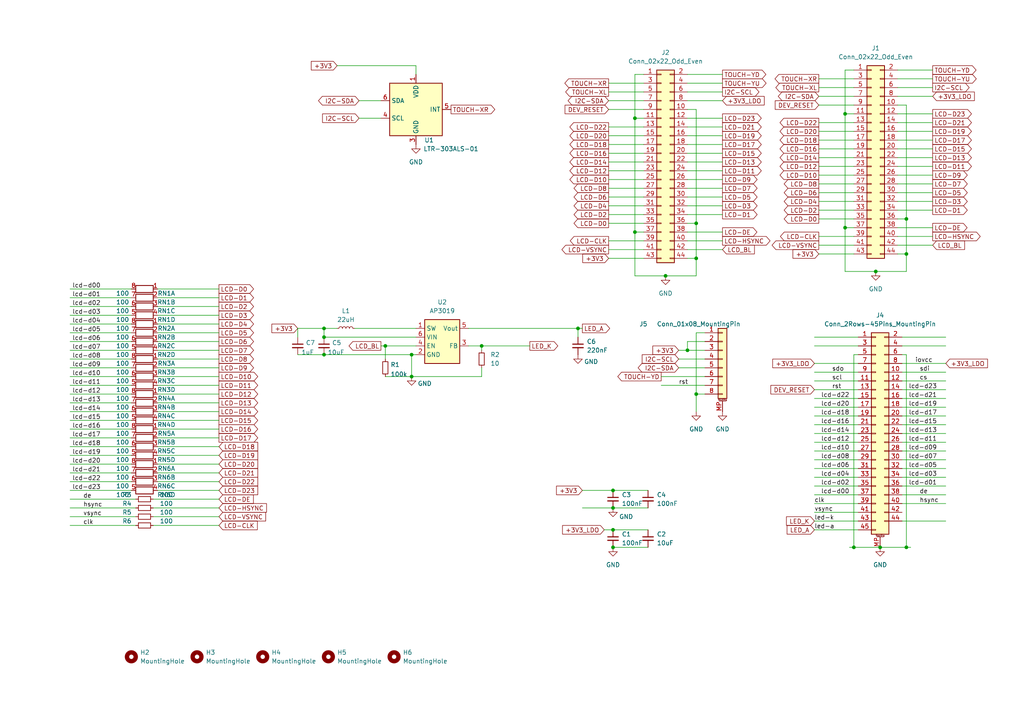
<source format=kicad_sch>
(kicad_sch (version 20211123) (generator eeschema)
  (paper "A4")
  (junction (at 247.65 158.75))
  (junction (at 262.89 158.75))
  (junction (at 177.8 153.67))
  (junction (at 177.8 158.75))
  (junction (at 201.93 114.3))
  (junction (at 262.89 63.5))
  (junction (at 245.11 33.02))
  (junction (at 119.38 102.87))
  (junction (at 177.8 147.32))
  (junction (at 193.04 80.01))
  (junction (at 199.39 101.6))
  (junction (at 262.89 73.66))
  (junction (at 255.27 158.75))
  (junction (at 201.93 64.77))
  (junction (at 93.98 97.79))
  (junction (at 139.7 100.33))
  (junction (at 201.93 74.93))
  (junction (at 93.98 102.87))
  (junction (at 254 78.74))
  (junction (at 184.15 67.31))
  (junction (at 177.8 142.24))
  (junction (at 93.98 95.25))
  (junction (at 167.64 95.25))
  (junction (at 184.15 34.29))
  (junction (at 119.38 109.22))
  (junction (at 245.11 66.04))
  (junction (at 111.76 100.33))
  (wire (pts (xy 245.11 33.02) (xy 245.11 66.04)))
  (wire (pts (xy 247.65 158.75) (xy 255.27 158.75)))
  (wire (pts (xy 236.22 148.59) (xy 248.92 148.59)))
  (wire (pts (xy 264.16 158.75) (xy 262.89 158.75)))
  (wire (pts (xy 199.39 41.91) (xy 209.55 41.91)))
  (wire (pts (xy 45.72 142.24) (xy 63.5 142.24)))
  (wire (pts (xy 168.91 142.24) (xy 177.8 142.24)))
  (wire (pts (xy 184.15 21.59) (xy 184.15 34.29)))
  (wire (pts (xy 120.65 102.87) (xy 119.38 102.87)))
  (wire (pts (xy 196.85 106.68) (xy 204.47 106.68)))
  (wire (pts (xy 260.35 33.02) (xy 270.51 33.02)))
  (wire (pts (xy 245.11 33.02) (xy 247.65 33.02)))
  (wire (pts (xy 196.85 101.6) (xy 199.39 101.6)))
  (wire (pts (xy 45.72 106.68) (xy 63.5 106.68)))
  (wire (pts (xy 20.32 88.9) (xy 38.1 88.9)))
  (wire (pts (xy 261.62 138.43) (xy 274.32 138.43)))
  (wire (pts (xy 45.72 91.44) (xy 63.5 91.44)))
  (wire (pts (xy 176.53 46.99) (xy 186.69 46.99)))
  (wire (pts (xy 184.15 34.29) (xy 186.69 34.29)))
  (wire (pts (xy 45.72 124.46) (xy 63.5 124.46)))
  (wire (pts (xy 261.62 133.35) (xy 274.32 133.35)))
  (wire (pts (xy 245.11 66.04) (xy 247.65 66.04)))
  (wire (pts (xy 260.35 40.64) (xy 270.51 40.64)))
  (wire (pts (xy 199.39 44.45) (xy 209.55 44.45)))
  (wire (pts (xy 261.62 115.57) (xy 274.32 115.57)))
  (wire (pts (xy 201.93 80.01) (xy 193.04 80.01)))
  (wire (pts (xy 176.53 29.21) (xy 186.69 29.21)))
  (wire (pts (xy 45.72 99.06) (xy 63.5 99.06)))
  (wire (pts (xy 237.49 27.94) (xy 247.65 27.94)))
  (wire (pts (xy 167.64 95.25) (xy 167.64 97.79)))
  (wire (pts (xy 20.32 152.4) (xy 39.37 152.4)))
  (wire (pts (xy 201.93 64.77) (xy 201.93 74.93)))
  (wire (pts (xy 201.93 96.52) (xy 201.93 114.3)))
  (wire (pts (xy 247.65 102.87) (xy 247.65 158.75)))
  (wire (pts (xy 167.64 95.25) (xy 168.91 95.25)))
  (wire (pts (xy 262.89 73.66) (xy 262.89 78.74)))
  (wire (pts (xy 176.53 62.23) (xy 186.69 62.23)))
  (wire (pts (xy 261.62 110.49) (xy 274.32 110.49)))
  (wire (pts (xy 260.35 50.8) (xy 270.51 50.8)))
  (wire (pts (xy 111.76 100.33) (xy 120.65 100.33)))
  (wire (pts (xy 45.72 121.92) (xy 63.5 121.92)))
  (wire (pts (xy 176.53 54.61) (xy 186.69 54.61)))
  (wire (pts (xy 111.76 109.22) (xy 119.38 109.22)))
  (wire (pts (xy 201.93 74.93) (xy 201.93 80.01)))
  (wire (pts (xy 45.72 96.52) (xy 63.5 96.52)))
  (wire (pts (xy 236.22 133.35) (xy 248.92 133.35)))
  (wire (pts (xy 261.62 97.79) (xy 274.32 97.79)))
  (wire (pts (xy 177.8 158.75) (xy 187.96 158.75)))
  (wire (pts (xy 20.32 137.16) (xy 38.1 137.16)))
  (wire (pts (xy 111.76 100.33) (xy 111.76 104.14)))
  (wire (pts (xy 139.7 100.33) (xy 139.7 101.6)))
  (wire (pts (xy 191.77 111.76) (xy 204.47 111.76)))
  (wire (pts (xy 237.49 50.8) (xy 247.65 50.8)))
  (wire (pts (xy 199.39 29.21) (xy 209.55 29.21)))
  (wire (pts (xy 104.14 34.29) (xy 110.49 34.29)))
  (wire (pts (xy 176.53 72.39) (xy 186.69 72.39)))
  (wire (pts (xy 176.53 24.13) (xy 186.69 24.13)))
  (wire (pts (xy 45.72 86.36) (xy 63.5 86.36)))
  (wire (pts (xy 176.53 59.69) (xy 186.69 59.69)))
  (wire (pts (xy 45.72 101.6) (xy 63.5 101.6)))
  (wire (pts (xy 45.72 132.08) (xy 63.5 132.08)))
  (wire (pts (xy 260.35 45.72) (xy 270.51 45.72)))
  (wire (pts (xy 260.35 30.48) (xy 262.89 30.48)))
  (wire (pts (xy 45.72 129.54) (xy 63.5 129.54)))
  (wire (pts (xy 237.49 53.34) (xy 247.65 53.34)))
  (wire (pts (xy 186.69 21.59) (xy 184.15 21.59)))
  (wire (pts (xy 262.89 30.48) (xy 262.89 63.5)))
  (wire (pts (xy 176.53 74.93) (xy 186.69 74.93)))
  (wire (pts (xy 199.39 57.15) (xy 209.55 57.15)))
  (wire (pts (xy 135.89 100.33) (xy 139.7 100.33)))
  (wire (pts (xy 20.32 121.92) (xy 38.1 121.92)))
  (wire (pts (xy 260.35 25.4) (xy 270.51 25.4)))
  (wire (pts (xy 260.35 22.86) (xy 270.51 22.86)))
  (wire (pts (xy 120.65 21.59) (xy 120.65 19.05)))
  (wire (pts (xy 261.62 123.19) (xy 274.32 123.19)))
  (wire (pts (xy 199.39 49.53) (xy 209.55 49.53)))
  (wire (pts (xy 120.65 97.79) (xy 93.98 97.79)))
  (wire (pts (xy 199.39 64.77) (xy 201.93 64.77)))
  (wire (pts (xy 45.72 83.82) (xy 63.5 83.82)))
  (wire (pts (xy 237.49 60.96) (xy 247.65 60.96)))
  (wire (pts (xy 139.7 106.68) (xy 139.7 109.22)))
  (wire (pts (xy 199.39 24.13) (xy 209.55 24.13)))
  (wire (pts (xy 199.39 31.75) (xy 201.93 31.75)))
  (wire (pts (xy 176.53 49.53) (xy 186.69 49.53)))
  (wire (pts (xy 237.49 73.66) (xy 247.65 73.66)))
  (wire (pts (xy 93.98 97.79) (xy 93.98 95.25)))
  (wire (pts (xy 236.22 143.51) (xy 248.92 143.51)))
  (wire (pts (xy 20.32 116.84) (xy 38.1 116.84)))
  (wire (pts (xy 260.35 73.66) (xy 262.89 73.66)))
  (wire (pts (xy 45.72 119.38) (xy 63.5 119.38)))
  (wire (pts (xy 86.36 95.25) (xy 86.36 97.79)))
  (wire (pts (xy 237.49 71.12) (xy 247.65 71.12)))
  (wire (pts (xy 260.35 71.12) (xy 270.51 71.12)))
  (wire (pts (xy 236.22 97.79) (xy 248.92 97.79)))
  (wire (pts (xy 204.47 96.52) (xy 201.93 96.52)))
  (wire (pts (xy 236.22 113.03) (xy 248.92 113.03)))
  (wire (pts (xy 236.22 125.73) (xy 248.92 125.73)))
  (wire (pts (xy 176.53 52.07) (xy 186.69 52.07)))
  (wire (pts (xy 236.22 107.95) (xy 248.92 107.95)))
  (wire (pts (xy 45.72 111.76) (xy 63.5 111.76)))
  (wire (pts (xy 236.22 153.67) (xy 248.92 153.67)))
  (wire (pts (xy 20.32 83.82) (xy 38.1 83.82)))
  (wire (pts (xy 260.35 53.34) (xy 270.51 53.34)))
  (wire (pts (xy 261.62 105.41) (xy 274.32 105.41)))
  (wire (pts (xy 20.32 139.7) (xy 38.1 139.7)))
  (wire (pts (xy 20.32 149.86) (xy 39.37 149.86)))
  (wire (pts (xy 176.53 64.77) (xy 186.69 64.77)))
  (wire (pts (xy 199.39 36.83) (xy 209.55 36.83)))
  (wire (pts (xy 260.35 60.96) (xy 270.51 60.96)))
  (wire (pts (xy 20.32 109.22) (xy 38.1 109.22)))
  (wire (pts (xy 201.93 31.75) (xy 201.93 64.77)))
  (wire (pts (xy 199.39 69.85) (xy 209.55 69.85)))
  (wire (pts (xy 236.22 130.81) (xy 248.92 130.81)))
  (wire (pts (xy 236.22 151.13) (xy 248.92 151.13)))
  (wire (pts (xy 45.72 139.7) (xy 63.5 139.7)))
  (wire (pts (xy 184.15 34.29) (xy 184.15 67.31)))
  (wire (pts (xy 237.49 55.88) (xy 247.65 55.88)))
  (wire (pts (xy 261.62 125.73) (xy 274.32 125.73)))
  (wire (pts (xy 236.22 118.11) (xy 248.92 118.11)))
  (wire (pts (xy 261.62 113.03) (xy 274.32 113.03)))
  (wire (pts (xy 168.91 147.32) (xy 177.8 147.32)))
  (wire (pts (xy 261.62 120.65) (xy 274.32 120.65)))
  (wire (pts (xy 45.72 93.98) (xy 63.5 93.98)))
  (wire (pts (xy 20.32 129.54) (xy 38.1 129.54)))
  (wire (pts (xy 177.8 153.67) (xy 187.96 153.67)))
  (wire (pts (xy 260.35 66.04) (xy 270.51 66.04)))
  (wire (pts (xy 20.32 101.6) (xy 38.1 101.6)))
  (wire (pts (xy 199.39 74.93) (xy 201.93 74.93)))
  (wire (pts (xy 176.53 26.67) (xy 186.69 26.67)))
  (wire (pts (xy 199.39 59.69) (xy 209.55 59.69)))
  (wire (pts (xy 236.22 123.19) (xy 248.92 123.19)))
  (wire (pts (xy 20.32 91.44) (xy 38.1 91.44)))
  (wire (pts (xy 20.32 147.32) (xy 39.37 147.32)))
  (wire (pts (xy 262.89 102.87) (xy 262.89 158.75)))
  (wire (pts (xy 260.35 27.94) (xy 270.51 27.94)))
  (wire (pts (xy 45.72 104.14) (xy 63.5 104.14)))
  (wire (pts (xy 236.22 110.49) (xy 248.92 110.49)))
  (wire (pts (xy 20.32 99.06) (xy 38.1 99.06)))
  (wire (pts (xy 260.35 63.5) (xy 262.89 63.5)))
  (wire (pts (xy 20.32 96.52) (xy 38.1 96.52)))
  (wire (pts (xy 20.32 106.68) (xy 38.1 106.68)))
  (wire (pts (xy 236.22 128.27) (xy 248.92 128.27)))
  (wire (pts (xy 175.26 153.67) (xy 177.8 153.67)))
  (wire (pts (xy 237.49 58.42) (xy 247.65 58.42)))
  (wire (pts (xy 119.38 109.22) (xy 139.7 109.22)))
  (wire (pts (xy 102.87 95.25) (xy 120.65 95.25)))
  (wire (pts (xy 139.7 100.33) (xy 153.67 100.33)))
  (wire (pts (xy 86.36 102.87) (xy 93.98 102.87)))
  (wire (pts (xy 20.32 124.46) (xy 38.1 124.46)))
  (wire (pts (xy 176.53 31.75) (xy 186.69 31.75)))
  (wire (pts (xy 237.49 48.26) (xy 247.65 48.26)))
  (wire (pts (xy 184.15 67.31) (xy 186.69 67.31)))
  (wire (pts (xy 245.11 78.74) (xy 254 78.74)))
  (wire (pts (xy 260.35 68.58) (xy 270.51 68.58)))
  (wire (pts (xy 199.39 46.99) (xy 209.55 46.99)))
  (wire (pts (xy 45.72 114.3) (xy 63.5 114.3)))
  (wire (pts (xy 260.35 48.26) (xy 270.51 48.26)))
  (wire (pts (xy 236.22 115.57) (xy 248.92 115.57)))
  (wire (pts (xy 20.32 111.76) (xy 38.1 111.76)))
  (wire (pts (xy 237.49 30.48) (xy 247.65 30.48)))
  (wire (pts (xy 236.22 120.65) (xy 248.92 120.65)))
  (wire (pts (xy 45.72 109.22) (xy 63.5 109.22)))
  (wire (pts (xy 201.93 114.3) (xy 204.47 114.3)))
  (wire (pts (xy 184.15 67.31) (xy 184.15 80.01)))
  (wire (pts (xy 176.53 69.85) (xy 186.69 69.85)))
  (wire (pts (xy 237.49 35.56) (xy 247.65 35.56)))
  (wire (pts (xy 237.49 43.18) (xy 247.65 43.18)))
  (wire (pts (xy 176.53 41.91) (xy 186.69 41.91)))
  (wire (pts (xy 20.32 86.36) (xy 38.1 86.36)))
  (wire (pts (xy 199.39 101.6) (xy 199.39 99.06)))
  (wire (pts (xy 237.49 25.4) (xy 247.65 25.4)))
  (wire (pts (xy 261.62 107.95) (xy 274.32 107.95)))
  (wire (pts (xy 45.72 137.16) (xy 63.5 137.16)))
  (wire (pts (xy 204.47 99.06) (xy 199.39 99.06)))
  (wire (pts (xy 199.39 54.61) (xy 209.55 54.61)))
  (wire (pts (xy 199.39 101.6) (xy 204.47 101.6)))
  (wire (pts (xy 20.32 142.24) (xy 38.1 142.24)))
  (wire (pts (xy 261.62 140.97) (xy 274.32 140.97)))
  (wire (pts (xy 20.32 132.08) (xy 38.1 132.08)))
  (wire (pts (xy 44.45 144.78) (xy 63.5 144.78)))
  (wire (pts (xy 20.32 127) (xy 38.1 127)))
  (wire (pts (xy 237.49 22.86) (xy 247.65 22.86)))
  (wire (pts (xy 236.22 140.97) (xy 248.92 140.97)))
  (wire (pts (xy 260.35 55.88) (xy 270.51 55.88)))
  (wire (pts (xy 237.49 63.5) (xy 247.65 63.5)))
  (wire (pts (xy 236.22 138.43) (xy 248.92 138.43)))
  (wire (pts (xy 260.35 38.1) (xy 270.51 38.1)))
  (wire (pts (xy 261.62 143.51) (xy 274.32 143.51)))
  (wire (pts (xy 237.49 68.58) (xy 247.65 68.58)))
  (wire (pts (xy 104.14 29.21) (xy 110.49 29.21)))
  (wire (pts (xy 20.32 93.98) (xy 38.1 93.98)))
  (wire (pts (xy 20.32 104.14) (xy 38.1 104.14)))
  (wire (pts (xy 199.39 26.67) (xy 209.55 26.67)))
  (wire (pts (xy 261.62 118.11) (xy 274.32 118.11)))
  (wire (pts (xy 199.39 52.07) (xy 209.55 52.07)))
  (wire (pts (xy 261.62 146.05) (xy 274.32 146.05)))
  (wire (pts (xy 262.89 78.74) (xy 254 78.74)))
  (wire (pts (xy 261.62 135.89) (xy 274.32 135.89)))
  (wire (pts (xy 93.98 102.87) (xy 119.38 102.87)))
  (wire (pts (xy 237.49 38.1) (xy 247.65 38.1)))
  (wire (pts (xy 20.32 144.78) (xy 39.37 144.78)))
  (wire (pts (xy 199.39 67.31) (xy 209.55 67.31)))
  (wire (pts (xy 119.38 102.87) (xy 119.38 109.22)))
  (wire (pts (xy 45.72 134.62) (xy 63.5 134.62)))
  (wire (pts (xy 261.62 128.27) (xy 274.32 128.27)))
  (wire (pts (xy 45.72 116.84) (xy 63.5 116.84)))
  (wire (pts (xy 262.89 63.5) (xy 262.89 73.66)))
  (wire (pts (xy 261.62 102.87) (xy 262.89 102.87)))
  (wire (pts (xy 93.98 95.25) (xy 97.79 95.25)))
  (wire (pts (xy 191.77 109.22) (xy 204.47 109.22)))
  (wire (pts (xy 20.32 114.3) (xy 38.1 114.3)))
  (wire (pts (xy 20.32 119.38) (xy 38.1 119.38)))
  (wire (pts (xy 260.35 43.18) (xy 270.51 43.18)))
  (wire (pts (xy 247.65 20.32) (xy 245.11 20.32)))
  (wire (pts (xy 262.89 158.75) (xy 255.27 158.75)))
  (wire (pts (xy 260.35 20.32) (xy 270.51 20.32)))
  (wire (pts (xy 44.45 147.32) (xy 63.5 147.32)))
  (wire (pts (xy 201.93 114.3) (xy 201.93 119.38)))
  (wire (pts (xy 237.49 40.64) (xy 247.65 40.64)))
  (wire (pts (xy 86.36 95.25) (xy 93.98 95.25)))
  (wire (pts (xy 199.39 21.59) (xy 209.55 21.59)))
  (wire (pts (xy 45.72 127) (xy 63.5 127)))
  (wire (pts (xy 20.32 134.62) (xy 38.1 134.62)))
  (wire (pts (xy 237.49 45.72) (xy 247.65 45.72)))
  (wire (pts (xy 261.62 130.81) (xy 274.32 130.81)))
  (wire (pts (xy 236.22 105.41) (xy 248.92 105.41)))
  (wire (pts (xy 44.45 152.4) (xy 63.5 152.4)))
  (wire (pts (xy 261.62 100.33) (xy 274.32 100.33)))
  (wire (pts (xy 260.35 58.42) (xy 270.51 58.42)))
  (wire (pts (xy 236.22 135.89) (xy 248.92 135.89)))
  (wire (pts (xy 245.11 20.32) (xy 245.11 33.02)))
  (wire (pts (xy 176.53 44.45) (xy 186.69 44.45)))
  (wire (pts (xy 236.22 100.33) (xy 248.92 100.33)))
  (wire (pts (xy 196.85 104.14) (xy 204.47 104.14)))
  (wire (pts (xy 45.72 88.9) (xy 63.5 88.9)))
  (wire (pts (xy 245.11 66.04) (xy 245.11 78.74)))
  (wire (pts (xy 135.89 95.25) (xy 167.64 95.25)))
  (wire (pts (xy 44.45 149.86) (xy 63.5 149.86)))
  (wire (pts (xy 184.15 80.01) (xy 193.04 80.01)))
  (wire (pts (xy 246.38 158.75) (xy 247.65 158.75)))
  (wire (pts (xy 177.8 147.32) (xy 187.96 147.32)))
  (wire (pts (xy 248.92 102.87) (xy 247.65 102.87)))
  (wire (pts (xy 176.53 39.37) (xy 186.69 39.37)))
  (wire (pts (xy 177.8 142.24) (xy 187.96 142.24)))
  (wire (pts (xy 199.39 62.23) (xy 209.55 62.23)))
  (wire (pts (xy 176.53 36.83) (xy 186.69 36.83)))
  (wire (pts (xy 260.35 35.56) (xy 270.51 35.56)))
  (wire (pts (xy 176.53 57.15) (xy 186.69 57.15)))
  (wire (pts (xy 261.62 151.13) (xy 274.32 151.13)))
  (wire (pts (xy 199.39 39.37) (xy 209.55 39.37)))
  (wire (pts (xy 236.22 146.05) (xy 248.92 146.05)))
  (wire (pts (xy 199.39 72.39) (xy 209.55 72.39)))
  (wire (pts (xy 110.49 100.33) (xy 111.76 100.33)))
  (wire (pts (xy 97.79 19.05) (xy 120.65 19.05)))
  (wire (pts (xy 199.39 34.29) (xy 209.55 34.29)))
  (label "lcd-d00" (at 29.21 83.82 180))
  (label "lcd-d09" (at 29.21 106.68 180))
  (label "lcd-d22" (at 29.21 139.7 180))
  (label "led-k" (at 236.22 151.13 0))
  (label "lcd-d07" (at 29.21 101.6 180))
  (label "lcd-d20" (at 29.21 134.62 180))
  (label "lcd-d16" (at 29.21 124.46 180))
  (label "lcd-d08" (at 29.21 104.14 180))
  (label "lcd-d10" (at 246.38 130.81 180))
  (label "lcd-d19" (at 29.21 132.08 180))
  (label "rst" (at 241.3 113.03 0))
  (label "lcd-d02" (at 246.38 140.97 180))
  (label "scl" (at 241.3 110.49 0))
  (label "lcd-d13" (at 29.21 116.84 180))
  (label "lcd-d14" (at 246.38 125.73 180))
  (label "lcd-d19" (at 271.78 118.11 180))
  (label "lcd-d15" (at 271.78 123.19 180))
  (label "sdo" (at 241.3 107.95 0))
  (label "clk" (at 236.22 146.05 0))
  (label "lcd-d20" (at 246.38 118.11 180))
  (label "lcd-d01" (at 29.21 86.36 180))
  (label "sdi" (at 266.7 107.95 0))
  (label "lcd-d10" (at 29.21 109.22 180))
  (label "lcd-d08" (at 246.38 133.35 180))
  (label "lcd-d07" (at 271.78 133.35 180))
  (label "lcd-d06" (at 246.38 135.89 180))
  (label "lcd-d18" (at 246.38 120.65 180))
  (label "lcd-d21" (at 29.21 137.16 180))
  (label "lcd-d17" (at 271.78 120.65 180))
  (label "lcd-d04" (at 246.38 138.43 180))
  (label "lcd-d11" (at 29.21 111.76 180))
  (label "lcd-d11" (at 271.78 128.27 180))
  (label "lcd-d23" (at 29.21 142.24 180))
  (label "lcd-d03" (at 29.21 91.44 180))
  (label "de" (at 266.7 143.51 0))
  (label "lcd-d18" (at 29.21 129.54 180))
  (label "lcd-d13" (at 271.78 125.73 180))
  (label "lcd-d09" (at 271.78 130.81 180))
  (label "lcd-d06" (at 29.21 99.06 180))
  (label "lcd-d01" (at 271.78 140.97 180))
  (label "lcd-d22" (at 246.38 115.57 180))
  (label "lcd-d04" (at 29.21 93.98 180))
  (label "lcd-d17" (at 29.21 127 180))
  (label "lcd-d21" (at 271.78 115.57 180))
  (label "lcd-d03" (at 271.78 138.43 180))
  (label "de" (at 24.13 144.78 0))
  (label "lcd-d15" (at 29.21 121.92 180))
  (label "vsync" (at 236.22 148.59 0))
  (label "vsync" (at 24.13 149.86 0))
  (label "rst" (at 196.85 111.76 0))
  (label "lcd-d05" (at 271.78 135.89 180))
  (label "hsync" (at 266.7 146.05 0))
  (label "clk" (at 24.13 152.4 0))
  (label "lcd-d05" (at 29.21 96.52 180))
  (label "iovcc" (at 265.43 105.41 0))
  (label "lcd-d14" (at 29.21 119.38 180))
  (label "lcd-d12" (at 29.21 114.3 180))
  (label "lcd-d12" (at 246.38 128.27 180))
  (label "lcd-d16" (at 246.38 123.19 180))
  (label "led-a" (at 236.22 153.67 0))
  (label "hsync" (at 24.13 147.32 0))
  (label "cs" (at 266.7 110.49 0))
  (label "lcd-d02" (at 29.21 88.9 180))
  (label "lcd-d23" (at 271.78 113.03 180))
  (label "lcd-d00" (at 246.38 143.51 180))
  (global_label "LCD-D2" (shape output) (at 176.53 62.23 180) (property "Intersheet References" "${INTERSHEET_REFS}" (effects hide)))
  (global_label "DEV_RESET" (shape input) (at 237.49 30.48 180) (property "Intersheet References" "${INTERSHEET_REFS}" (effects hide)))
  (global_label "LCD-D23" (shape output) (at 209.55 34.29 0) (property "Intersheet References" "${INTERSHEET_REFS}" (effects hide)))
  (global_label "LED_A" (shape output) (at 168.91 95.25 0) (property "Intersheet References" "${INTERSHEET_REFS}" (effects hide)))
  (global_label "TOUCH-XR" (shape output) (at 237.49 22.86 180) (property "Intersheet References" "${INTERSHEET_REFS}" (effects hide)))
  (global_label "LCD-D18" (shape output) (at 176.53 41.91 180) (property "Intersheet References" "${INTERSHEET_REFS}" (effects hide)))
  (global_label "LCD-D8" (shape output) (at 176.53 54.61 180) (property "Intersheet References" "${INTERSHEET_REFS}" (effects hide)))
  (global_label "LCD-D15" (shape output) (at 209.55 44.45 0) (property "Intersheet References" "${INTERSHEET_REFS}" (effects hide)))
  (global_label "LCD-D16" (shape output) (at 63.5 124.46 0) (property "Intersheet References" "${INTERSHEET_REFS}" (effects hide)))
  (global_label "LCD-D2" (shape output) (at 63.5 88.9 0) (property "Intersheet References" "${INTERSHEET_REFS}" (effects hide)))
  (global_label "LCD-D20" (shape output) (at 176.53 39.37 180) (property "Intersheet References" "${INTERSHEET_REFS}" (effects hide)))
  (global_label "LCD-D4" (shape output) (at 237.49 58.42 180) (property "Intersheet References" "${INTERSHEET_REFS}" (effects hide)))
  (global_label "LCD-DE" (shape output) (at 270.51 66.04 0) (property "Intersheet References" "${INTERSHEET_REFS}" (effects hide)))
  (global_label "LCD_BL" (shape input) (at 209.55 72.39 0) (property "Intersheet References" "${INTERSHEET_REFS}" (effects hide)))
  (global_label "LCD-D14" (shape output) (at 63.5 119.38 0) (property "Intersheet References" "${INTERSHEET_REFS}" (effects hide)))
  (global_label "LCD-HSYNC" (shape input) (at 63.5 147.32 0) (property "Intersheet References" "${INTERSHEET_REFS}" (effects hide)))
  (global_label "LCD-D21" (shape input) (at 63.5 137.16 0) (property "Intersheet References" "${INTERSHEET_REFS}" (effects hide)))
  (global_label "TOUCH-YD" (shape output) (at 270.51 20.32 0) (property "Intersheet References" "${INTERSHEET_REFS}" (effects hide)))
  (global_label "LCD-D2" (shape output) (at 237.49 60.96 180) (property "Intersheet References" "${INTERSHEET_REFS}" (effects hide)))
  (global_label "LCD-HSYNC" (shape output) (at 270.51 68.58 0) (property "Intersheet References" "${INTERSHEET_REFS}" (effects hide)))
  (global_label "I2C-SCL" (shape output) (at 209.55 26.67 0) (property "Intersheet References" "${INTERSHEET_REFS}" (effects hide)))
  (global_label "TOUCH-XL" (shape output) (at 237.49 25.4 180) (property "Intersheet References" "${INTERSHEET_REFS}" (effects hide)))
  (global_label "DEV_RESET" (shape input) (at 236.22 113.03 180) (property "Intersheet References" "${INTERSHEET_REFS}" (effects hide)))
  (global_label "LCD-D6" (shape output) (at 176.53 57.15 180) (property "Intersheet References" "${INTERSHEET_REFS}" (effects hide)))
  (global_label "TOUCH-XR" (shape output) (at 130.81 31.75 0) (property "Intersheet References" "${INTERSHEET_REFS}" (effects hide)))
  (global_label "+3V3_LDO" (shape input) (at 270.51 27.94 0) (property "Intersheet References" "${INTERSHEET_REFS}" (effects hide)))
  (global_label "LCD-D22" (shape output) (at 237.49 35.56 180) (property "Intersheet References" "${INTERSHEET_REFS}" (effects hide)))
  (global_label "LCD-D7" (shape output) (at 270.51 53.34 0) (property "Intersheet References" "${INTERSHEET_REFS}" (effects hide)))
  (global_label "I2C-SDA" (shape bidirectional) (at 176.53 29.21 180) (property "Intersheet References" "${INTERSHEET_REFS}" (effects hide)))
  (global_label "LCD-D21" (shape output) (at 209.55 36.83 0) (property "Intersheet References" "${INTERSHEET_REFS}" (effects hide)))
  (global_label "LCD-DE" (shape input) (at 63.5 144.78 0) (property "Intersheet References" "${INTERSHEET_REFS}" (effects hide)))
  (global_label "LCD-D9" (shape output) (at 270.51 50.8 0) (property "Intersheet References" "${INTERSHEET_REFS}" (effects hide)))
  (global_label "LCD-D7" (shape output) (at 209.55 54.61 0) (property "Intersheet References" "${INTERSHEET_REFS}" (effects hide)))
  (global_label "LCD-CLK" (shape input) (at 63.5 152.4 0) (property "Intersheet References" "${INTERSHEET_REFS}" (effects hide)))
  (global_label "LCD-D0" (shape output) (at 237.49 63.5 180) (property "Intersheet References" "${INTERSHEET_REFS}" (effects hide)))
  (global_label "I2C-SCL" (shape input) (at 196.85 104.14 180) (property "Intersheet References" "${INTERSHEET_REFS}" (effects hide)))
  (global_label "TOUCH-YU" (shape output) (at 209.55 24.13 0) (property "Intersheet References" "${INTERSHEET_REFS}" (effects hide)))
  (global_label "LCD-D16" (shape output) (at 237.49 43.18 180) (property "Intersheet References" "${INTERSHEET_REFS}" (effects hide)))
  (global_label "LCD-D20" (shape input) (at 63.5 134.62 0) (property "Intersheet References" "${INTERSHEET_REFS}" (effects hide)))
  (global_label "TOUCH-YU" (shape output) (at 270.51 22.86 0) (property "Intersheet References" "${INTERSHEET_REFS}" (effects hide)))
  (global_label "+3V3" (shape input) (at 176.53 74.93 180) (property "Intersheet References" "${INTERSHEET_REFS}" (effects hide)))
  (global_label "I2C-SDA" (shape bidirectional) (at 196.85 106.68 180) (property "Intersheet References" "${INTERSHEET_REFS}" (effects hide)))
  (global_label "LCD-HSYNC" (shape output) (at 209.55 69.85 0) (property "Intersheet References" "${INTERSHEET_REFS}" (effects hide)))
  (global_label "+3V3" (shape input) (at 196.85 101.6 180) (property "Intersheet References" "${INTERSHEET_REFS}" (effects hide)))
  (global_label "LCD-D11" (shape output) (at 63.5 111.76 0) (property "Intersheet References" "${INTERSHEET_REFS}" (effects hide)))
  (global_label "+3V3_LDO" (shape input) (at 209.55 29.21 0) (property "Intersheet References" "${INTERSHEET_REFS}" (effects hide)))
  (global_label "LCD-D3" (shape output) (at 270.51 58.42 0) (property "Intersheet References" "${INTERSHEET_REFS}" (effects hide)))
  (global_label "LCD-D1" (shape output) (at 63.5 86.36 0) (property "Intersheet References" "${INTERSHEET_REFS}" (effects hide)))
  (global_label "LCD-D8" (shape output) (at 63.5 104.14 0) (property "Intersheet References" "${INTERSHEET_REFS}" (effects hide)))
  (global_label "I2C-SDA" (shape bidirectional) (at 237.49 27.94 180) (property "Intersheet References" "${INTERSHEET_REFS}" (effects hide)))
  (global_label "LCD-VSYNC" (shape input) (at 63.5 149.86 0) (property "Intersheet References" "${INTERSHEET_REFS}" (effects hide)))
  (global_label "LCD-D10" (shape output) (at 237.49 50.8 180) (property "Intersheet References" "${INTERSHEET_REFS}" (effects hide)))
  (global_label "LCD-D19" (shape output) (at 270.51 38.1 0) (property "Intersheet References" "${INTERSHEET_REFS}" (effects hide)))
  (global_label "LCD-D13" (shape output) (at 209.55 46.99 0) (property "Intersheet References" "${INTERSHEET_REFS}" (effects hide)))
  (global_label "LCD-D17" (shape output) (at 63.5 127 0) (property "Intersheet References" "${INTERSHEET_REFS}" (effects hide)))
  (global_label "+3V3_LDO" (shape input) (at 274.32 105.41 0) (property "Intersheet References" "${INTERSHEET_REFS}" (effects hide)))
  (global_label "LCD-D6" (shape output) (at 63.5 99.06 0) (property "Intersheet References" "${INTERSHEET_REFS}" (effects hide)))
  (global_label "LCD-D18" (shape input) (at 63.5 129.54 0) (property "Intersheet References" "${INTERSHEET_REFS}" (effects hide)))
  (global_label "LCD-D3" (shape output) (at 209.55 59.69 0) (property "Intersheet References" "${INTERSHEET_REFS}" (effects hide)))
  (global_label "LCD-D19" (shape output) (at 209.55 39.37 0) (property "Intersheet References" "${INTERSHEET_REFS}" (effects hide)))
  (global_label "LCD-D9" (shape output) (at 63.5 106.68 0) (property "Intersheet References" "${INTERSHEET_REFS}" (effects hide)))
  (global_label "LCD-D12" (shape output) (at 63.5 114.3 0) (property "Intersheet References" "${INTERSHEET_REFS}" (effects hide)))
  (global_label "LCD-D11" (shape output) (at 209.55 49.53 0) (property "Intersheet References" "${INTERSHEET_REFS}" (effects hide)))
  (global_label "LCD-CLK" (shape output) (at 176.53 69.85 180) (property "Intersheet References" "${INTERSHEET_REFS}" (effects hide)))
  (global_label "LCD-D20" (shape output) (at 237.49 38.1 180) (property "Intersheet References" "${INTERSHEET_REFS}" (effects hide)))
  (global_label "TOUCH-YD" (shape output) (at 209.55 21.59 0) (property "Intersheet References" "${INTERSHEET_REFS}" (effects hide)))
  (global_label "LED_K" (shape output) (at 153.67 100.33 0) (property "Intersheet References" "${INTERSHEET_REFS}" (effects hide)))
  (global_label "LCD-D16" (shape output) (at 176.53 44.45 180) (property "Intersheet References" "${INTERSHEET_REFS}" (effects hide)))
  (global_label "LCD-D6" (shape output) (at 237.49 55.88 180) (property "Intersheet References" "${INTERSHEET_REFS}" (effects hide)))
  (global_label "LED_K" (shape input) (at 236.22 151.13 180) (property "Intersheet References" "${INTERSHEET_REFS}" (effects hide)))
  (global_label "LCD-D10" (shape output) (at 176.53 52.07 180) (property "Intersheet References" "${INTERSHEET_REFS}" (effects hide)))
  (global_label "LCD-D19" (shape input) (at 63.5 132.08 0) (property "Intersheet References" "${INTERSHEET_REFS}" (effects hide)))
  (global_label "LCD-D4" (shape output) (at 176.53 59.69 180) (property "Intersheet References" "${INTERSHEET_REFS}" (effects hide)))
  (global_label "LCD-D12" (shape output) (at 237.49 48.26 180) (property "Intersheet References" "${INTERSHEET_REFS}" (effects hide)))
  (global_label "LCD-D12" (shape output) (at 176.53 49.53 180) (property "Intersheet References" "${INTERSHEET_REFS}" (effects hide)))
  (global_label "LCD-D15" (shape output) (at 63.5 121.92 0) (property "Intersheet References" "${INTERSHEET_REFS}" (effects hide)))
  (global_label "LCD-D17" (shape output) (at 209.55 41.91 0) (property "Intersheet References" "${INTERSHEET_REFS}" (effects hide)))
  (global_label "LCD-D8" (shape output) (at 237.49 53.34 180) (property "Intersheet References" "${INTERSHEET_REFS}" (effects hide)))
  (global_label "LCD-D9" (shape output) (at 209.55 52.07 0) (property "Intersheet References" "${INTERSHEET_REFS}" (effects hide)))
  (global_label "I2C-SDA" (shape bidirectional) (at 104.14 29.21 180) (property "Intersheet References" "${INTERSHEET_REFS}" (effects hide)))
  (global_label "LCD-D18" (shape output) (at 237.49 40.64 180) (property "Intersheet References" "${INTERSHEET_REFS}" (effects hide)))
  (global_label "LCD-D14" (shape output) (at 237.49 45.72 180) (property "Intersheet References" "${INTERSHEET_REFS}" (effects hide)))
  (global_label "+3V3" (shape input) (at 97.79 19.05 180) (property "Intersheet References" "${INTERSHEET_REFS}" (effects hide)))
  (global_label "LCD-D4" (shape output) (at 63.5 93.98 0) (property "Intersheet References" "${INTERSHEET_REFS}" (effects hide)))
  (global_label "LCD-D5" (shape output) (at 270.51 55.88 0) (property "Intersheet References" "${INTERSHEET_REFS}" (effects hide)))
  (global_label "LCD-DE" (shape output) (at 209.55 67.31 0) (property "Intersheet References" "${INTERSHEET_REFS}" (effects hide)))
  (global_label "+3V3" (shape input) (at 237.49 73.66 180) (property "Intersheet References" "${INTERSHEET_REFS}" (effects hide)))
  (global_label "LCD-D5" (shape output) (at 209.55 57.15 0) (property "Intersheet References" "${INTERSHEET_REFS}" (effects hide)))
  (global_label "LCD-D22" (shape input) (at 63.5 139.7 0) (property "Intersheet References" "${INTERSHEET_REFS}" (effects hide)))
  (global_label "LCD_BL" (shape input) (at 270.51 71.12 0) (property "Intersheet References" "${INTERSHEET_REFS}" (effects hide)))
  (global_label "LCD-D1" (shape output) (at 209.55 62.23 0) (property "Intersheet References" "${INTERSHEET_REFS}" (effects hide)))
  (global_label "LCD-D3" (shape output) (at 63.5 91.44 0) (property "Intersheet References" "${INTERSHEET_REFS}" (effects hide)))
  (global_label "LED_A" (shape input) (at 236.22 153.67 180) (property "Intersheet References" "${INTERSHEET_REFS}" (effects hide)))
  (global_label "LCD-D5" (shape output) (at 63.5 96.52 0) (property "Intersheet References" "${INTERSHEET_REFS}" (effects hide)))
  (global_label "LCD-D23" (shape output) (at 270.51 33.02 0) (property "Intersheet References" "${INTERSHEET_REFS}" (effects hide)))
  (global_label "LCD-D0" (shape output) (at 63.5 83.82 0) (property "Intersheet References" "${INTERSHEET_REFS}" (effects hide)))
  (global_label "+3V3_LDO" (shape input) (at 236.22 105.41 180) (property "Intersheet References" "${INTERSHEET_REFS}" (effects hide)))
  (global_label "LCD-D14" (shape output) (at 176.53 46.99 180) (property "Intersheet References" "${INTERSHEET_REFS}" (effects hide)))
  (global_label "LCD-D21" (shape output) (at 270.51 35.56 0) (property "Intersheet References" "${INTERSHEET_REFS}" (effects hide)))
  (global_label "LCD-D11" (shape output) (at 270.51 48.26 0) (property "Intersheet References" "${INTERSHEET_REFS}" (effects hide)))
  (global_label "DEV_RESET" (shape input) (at 176.53 31.75 180) (property "Intersheet References" "${INTERSHEET_REFS}" (effects hide)))
  (global_label "LCD-D10" (shape output) (at 63.5 109.22 0) (property "Intersheet References" "${INTERSHEET_REFS}" (effects hide)))
  (global_label "LCD-D22" (shape output) (at 176.53 36.83 180) (property "Intersheet References" "${INTERSHEET_REFS}" (effects hide)))
  (global_label "LCD-VSYNC" (shape output) (at 176.53 72.39 180) (property "Intersheet References" "${INTERSHEET_REFS}" (effects hide)))
  (global_label "LCD-D7" (shape output) (at 63.5 101.6 0) (property "Intersheet References" "${INTERSHEET_REFS}" (effects hide)))
  (global_label "LCD-D0" (shape output) (at 176.53 64.77 180) (property "Intersheet References" "${INTERSHEET_REFS}" (effects hide)))
  (global_label "LCD-D13" (shape output) (at 270.51 45.72 0) (property "Intersheet References" "${INTERSHEET_REFS}" (effects hide)))
  (global_label "LCD-D1" (shape output) (at 270.51 60.96 0) (property "Intersheet References" "${INTERSHEET_REFS}" (effects hide)))
  (global_label "TOUCH-YD" (shape output) (at 191.77 109.22 180) (property "Intersheet References" "${INTERSHEET_REFS}" (effects hide)))
  (global_label "+3V3" (shape input) (at 86.36 95.25 180) (property "Intersheet References" "${INTERSHEET_REFS}" (effects hide)))
  (global_label "LCD-VSYNC" (shape output) (at 237.49 71.12 180) (property "Intersheet References" "${INTERSHEET_REFS}" (effects hide)))
  (global_label "I2C-SCL" (shape output) (at 270.51 25.4 0) (property "Intersheet References" "${INTERSHEET_REFS}" (effects hide)))
  (global_label "I2C-SCL" (shape input) (at 104.14 34.29 180) (property "Intersheet References" "${INTERSHEET_REFS}" (effects hide)))
  (global_label "+3V3_LDO" (shape input) (at 175.26 153.67 180) (property "Intersheet References" "${INTERSHEET_REFS}" (effects hide)))
  (global_label "LCD-D23" (shape input) (at 63.5 142.24 0) (property "Intersheet References" "${INTERSHEET_REFS}" (effects hide)))
  (global_label "TOUCH-XL" (shape output) (at 176.53 26.67 180) (property "Intersheet References" "${INTERSHEET_REFS}" (effects hide)))
  (global_label "+3V3" (shape input) (at 168.91 142.24 180) (property "Intersheet References" "${INTERSHEET_REFS}" (effects hide)))
  (global_label "LCD-CLK" (shape output) (at 237.49 68.58 180) (property "Intersheet References" "${INTERSHEET_REFS}" (effects hide)))
  (global_label "LCD_BL" (shape output) (at 110.49 100.33 180) (property "Intersheet References" "${INTERSHEET_REFS}" (effects hide)))
  (global_label "LCD-D17" (shape output) (at 270.51 40.64 0) (property "Intersheet References" "${INTERSHEET_REFS}" (effects hide)))
  (global_label "LCD-D13" (shape output) (at 63.5 116.84 0) (property "Intersheet References" "${INTERSHEET_REFS}" (effects hide)))
  (global_label "TOUCH-XR" (shape output) (at 176.53 24.13 180) (property "Intersheet References" "${INTERSHEET_REFS}" (effects hide)))
  (global_label "LCD-D15" (shape output) (at 270.51 43.18 0) (property "Intersheet References" "${INTERSHEET_REFS}" (effects hide)))
  (symbol (lib_id "power:GND") (at 167.64 102.87 0) (unit 1)
    (property "Reference" "#PWR0112" (effects hide))
    (property "Value" "GND" (at 171.45 104.8926 0))
  )
  (symbol (lib_id "Device:R_Pack04_Split") (at 41.91 137.16 90) (unit 2)
    (property "Reference" "RN6" (at 48.26 138.43 90))
    (property "Value" "100" (at 35.56 138.43 90))
    (property "Footprint" "Resistor_SMD:R_Array_Convex_4x0603" (effects hide))
  )
  (symbol (lib_id "Mechanical:MountingHole") (at 114.3 190.5 0) (unit 1)
    (property "Reference" "H6" (at 116.84 189.2299 0) (effects (justify left)))
    (property "Value" "MountingHole" (at 116.84 191.7699 0) (effects (justify left)))
    (property "Footprint" "MountingHole:MountingHole_2.7mm_M2.5_DIN965" (effects hide))
  )
  (symbol (lib_id "Device:R_Small") (at 41.91 152.4 90) (unit 1)
    (property "Reference" "R6" (at 36.83 151.13 90))
    (property "Value" "100" (at 48.26 151.13 90))
    (property "Footprint" "Resistor_SMD:R_0603_1608Metric" (effects hide))
  )
  (symbol (lib_id "power:GND") (at 193.04 80.01 0) (unit 1)
    (property "Reference" "#PWR0106" (effects hide))
    (property "Value" "GND" (at 193.04 85.09 0))
  )
  (symbol (lib_id "Device:R_Pack04_Split") (at 41.91 83.82 90) (unit 1)
    (property "Reference" "RN1" (at 48.26 85.09 90))
    (property "Value" "100" (at 35.56 85.09 90))
    (property "Footprint" "Resistor_SMD:R_Array_Convex_4x0603" (effects hide))
  )
  (symbol (lib_id "Device:R_Pack04_Split") (at 41.91 104.14 90) (unit 1)
    (property "Reference" "RN3" (at 48.26 105.41 90))
    (property "Value" "100" (at 35.56 105.41 90))
    (property "Footprint" "Resistor_SMD:R_Array_Convex_4x0603" (effects hide))
  )
  (symbol (lib_id "Mechanical:MountingHole") (at 38.1 190.5 0) (unit 1)
    (property "Reference" "H2" (at 40.64 189.2299 0) (effects (justify left)))
    (property "Value" "MountingHole" (at 40.64 191.7699 0) (effects (justify left)))
    (property "Footprint" "MountingHole:MountingHole_2.7mm_M2.5_DIN965" (effects hide))
  )
  (symbol (lib_id "diodes:AP3019") (at 128.27 97.79 0) (unit 1)
    (property "Reference" "U2" (at 128.27 87.63 0))
    (property "Value" "AP3019" (at 128.27 90.17 0))
    (property "Footprint" "Package_TO_SOT_SMD:SOT-23-6" (effects hide))
  )
  (symbol (lib_id "power:GND") (at 120.65 41.91 0) (unit 1)
    (property "Reference" "#PWR0108" (effects hide))
    (property "Value" "GND" (at 120.65 46.99 0))
  )
  (symbol (lib_id "Device:R_Pack04_Split") (at 41.91 109.22 90) (unit 3)
    (property "Reference" "RN3" (at 48.26 110.49 90))
    (property "Value" "100" (at 35.56 110.49 90))
    (property "Footprint" "Resistor_SMD:R_Array_Convex_4x0603" (effects hide))
  )
  (symbol (lib_id "Device:R_Pack04_Split") (at 41.91 121.92 90) (unit 4)
    (property "Reference" "RN4" (at 48.26 123.19 90))
    (property "Value" "100" (at 35.56 123.19 90))
    (property "Footprint" "Resistor_SMD:R_Array_Convex_4x0603" (effects hide))
  )
  (symbol (lib_id "Device:R_Pack04_Split") (at 41.91 132.08 90) (unit 4)
    (property "Reference" "RN5" (at 48.26 133.35 90))
    (property "Value" "100" (at 35.56 133.35 90))
    (property "Footprint" "Resistor_SMD:R_Array_Convex_4x0603" (effects hide))
  )
  (symbol (lib_id "Mechanical:MountingHole") (at 76.2 190.5 0) (unit 1)
    (property "Reference" "H4" (at 78.74 189.2299 0) (effects (justify left)))
    (property "Value" "MountingHole" (at 78.74 191.7699 0) (effects (justify left)))
    (property "Footprint" "MountingHole:MountingHole_2.7mm_M2.5_DIN965" (effects hide))
  )
  (symbol (lib_id "Sensor_Optical:LTR-303ALS-01") (at 120.65 31.75 0) (unit 1)
    (property "Reference" "U1" (at 124.46 40.64 0))
    (property "Value" "LTR-303ALS-01" (at 130.81 43.18 0))
    (property "Footprint" "OptoDevice:Lite-On_LTR-303ALS-01" (effects hide))
    (property "Datasheet" "http://optoelectronics.liteon.com/upload/download/DS86-2013-0004/LTR-303ALS-01_DS_V1.pdf" (effects hide))
  )
  (symbol (lib_id "power:GND") (at 209.55 119.38 0) (unit 1)
    (property "Reference" "#PWR0110" (effects hide))
    (property "Value" "GND" (at 209.55 124.46 0))
  )
  (symbol (lib_id "Device:R_Pack04_Split") (at 41.91 101.6 90) (unit 4)
    (property "Reference" "RN2" (at 48.26 102.87 90))
    (property "Value" "100" (at 35.56 102.87 90))
    (property "Footprint" "Resistor_SMD:R_Array_Convex_4x0603" (effects hide))
  )
  (symbol (lib_id "power:GND") (at 201.93 119.38 0) (unit 1)
    (property "Reference" "#PWR0111" (effects hide))
    (property "Value" "GND" (at 201.93 124.46 0))
  )
  (symbol (lib_id "Device:R_Pack04_Split") (at 41.91 86.36 90) (unit 2)
    (property "Reference" "RN1" (at 48.26 87.63 90))
    (property "Value" "100" (at 35.56 87.63 90))
    (property "Footprint" "Resistor_SMD:R_Array_Convex_4x0603" (effects hide))
  )
  (symbol (lib_id "power:GND") (at 177.8 158.75 0) (unit 1)
    (property "Reference" "#PWR0109" (effects hide))
    (property "Value" "GND" (at 177.8 163.83 0))
  )
  (symbol (lib_id "Device:C_Small") (at 93.98 100.33 0) (unit 1)
    (property "Reference" "C5" (at 96.3042 99.4215 0) (effects (justify left)))
    (property "Value" "10uF" (at 95.0342 102.1966 0) (effects (justify left)))
    (property "Footprint" "Capacitor_SMD:C_0805_2012Metric" (effects hide))
  )
  (symbol (lib_id "Device:R_Pack04_Split") (at 41.91 124.46 90) (unit 1)
    (property "Reference" "RN5" (at 48.26 125.73 90))
    (property "Value" "100" (at 35.56 125.73 90))
    (property "Footprint" "Resistor_SMD:R_Array_Convex_4x0603" (effects hide))
  )
  (symbol (lib_id "Device:C_Small") (at 86.36 100.33 0) (unit 1)
    (property "Reference" "C7" (at 88.6842 99.4215 0) (effects (justify left)))
    (property "Value" "1uF" (at 87.4142 102.1966 0) (effects (justify left)))
    (property "Footprint" "Capacitor_SMD:C_0603_1608Metric" (effects hide))
  )
  (symbol (lib_id "Device:R_Small") (at 41.91 149.86 90) (unit 1)
    (property "Reference" "R5" (at 36.83 148.59 90))
    (property "Value" "100" (at 48.26 148.59 90))
    (property "Footprint" "Resistor_SMD:R_0603_1608Metric" (effects hide))
  )
  (symbol (lib_id "Device:R_Pack04_Split") (at 41.91 114.3 90) (unit 1)
    (property "Reference" "RN4" (at 48.26 115.57 90))
    (property "Value" "100" (at 35.56 115.57 90))
    (property "Footprint" "Resistor_SMD:R_Array_Convex_4x0603" (effects hide))
  )
  (symbol (lib_id "Device:R_Pack04_Split") (at 41.91 111.76 90) (unit 4)
    (property "Reference" "RN3" (at 48.26 113.03 90))
    (property "Value" "100" (at 35.56 113.03 90))
    (property "Footprint" "Resistor_SMD:R_Array_Convex_4x0603" (effects hide))
  )
  (symbol (lib_id "Device:R_Small") (at 139.7 104.14 0) (unit 1)
    (property "Reference" "R2" (at 142.24 102.8699 0) (effects (justify left)))
    (property "Value" "10" (at 142.24 105.4099 0) (effects (justify left)))
    (property "Footprint" "Resistor_SMD:R_0805_2012Metric" (effects hide))
  )
  (symbol (lib_id "Connector_Generic:Conn_02x22_Odd_Even") (at 252.73 45.72 0) (unit 1)
    (property "Reference" "J1" (at 254 13.97 0))
    (property "Value" "Conn_02x22_Odd_Even" (at 254 16.51 0))
    (property "Footprint" "Connector_PinHeader_1.27mm:PinHeader_2x22_P1.27mm_Vertical_SMD" (effects hide))
  )
  (symbol (lib_id "Device:R_Small") (at 41.91 147.32 90) (unit 1)
    (property "Reference" "R4" (at 36.83 146.05 90))
    (property "Value" "100" (at 48.26 146.05 90))
    (property "Footprint" "Resistor_SMD:R_0603_1608Metric" (effects hide))
  )
  (symbol (lib_id "Device:C_Small") (at 187.96 144.78 0) (unit 1)
    (property "Reference" "C4" (at 190.5 143.5162 0) (effects (justify left)))
    (property "Value" "100nF" (at 190.5 146.0562 0) (effects (justify left)))
    (property "Footprint" "Capacitor_SMD:C_0402_1005Metric" (effects hide))
  )
  (symbol (lib_id "Device:R_Small") (at 41.91 144.78 90) (unit 1)
    (property "Reference" "R3" (at 36.83 143.51 90))
    (property "Value" "100" (at 48.26 143.51 90))
    (property "Footprint" "Resistor_SMD:R_0603_1608Metric" (effects hide))
  )
  (symbol (lib_id "Device:C_Small") (at 167.64 100.33 0) (unit 1)
    (property "Reference" "C6" (at 170.18 99.0599 0) (effects (justify left)))
    (property "Value" "220nF" (at 170.18 101.5999 0) (effects (justify left)))
    (property "Footprint" "Capacitor_SMD:C_0603_1608Metric" (effects hide))
  )
  (symbol (lib_id "Mechanical:MountingHole") (at 95.25 190.5 0) (unit 1)
    (property "Reference" "H5" (at 97.79 189.2299 0) (effects (justify left)))
    (property "Value" "MountingHole" (at 97.79 191.7699 0) (effects (justify left)))
    (property "Footprint" "MountingHole:MountingHole_2.7mm_M2.5_DIN965" (effects hide))
  )
  (symbol (lib_id "power:GND") (at 177.8 147.32 0) (unit 1)
    (property "Reference" "#PWR0101" (effects hide))
    (property "Value" "GND" (at 181.61 149.86 0))
  )
  (symbol (lib_id "Device:L_Small") (at 100.33 95.25 90) (unit 1)
    (property "Reference" "L1" (at 100.33 90.17 90))
    (property "Value" "22uH" (at 100.33 92.71 90))
    (property "Footprint" "Inductor_SMD:L_Taiyo-Yuden_NR-50xx_HandSoldering" (effects hide))
  )
  (symbol (lib_id "Device:R_Pack04_Split") (at 41.91 88.9 90) (unit 3)
    (property "Reference" "RN1" (at 48.26 90.17 90))
    (property "Value" "100" (at 35.56 90.17 90))
    (property "Footprint" "Resistor_SMD:R_Array_Convex_4x0603" (effects hide))
  )
  (symbol (lib_id "Device:R_Pack04_Split") (at 41.91 139.7 90) (unit 3)
    (property "Reference" "RN6" (at 48.26 140.97 90))
    (property "Value" "100" (at 35.56 140.97 90))
    (property "Footprint" "Resistor_SMD:R_Array_Convex_4x0603" (effects hide))
  )
  (symbol (lib_id "Device:R_Pack04_Split") (at 41.91 93.98 90) (unit 1)
    (property "Reference" "RN2" (at 48.26 95.25 90))
    (property "Value" "100" (at 35.56 95.25 90))
    (property "Footprint" "Resistor_SMD:R_Array_Convex_4x0603" (effects hide))
  )
  (symbol (lib_id "Connector_Generic_MountingPin:Conn_01x08_MountingPin") (at 209.55 104.14 0) (unit 1)
    (property "Reference" "J5" (at 185.42 93.98 0) (effects (justify left)))
    (property "Value" "Conn_01x08_MountingPin" (at 190.5 93.98 0) (effects (justify left)))
    (property "Footprint" "Connector_FFC-FPC:Hirose_FH12-8S-0.5SH_1x08-1MP_P0.50mm_Horizontal" (effects hide))
  )
  (symbol (lib_id "Device:C_Small") (at 177.8 156.21 0) (unit 1)
    (property "Reference" "C1" (at 180.34 154.9462 0) (effects (justify left)))
    (property "Value" "100nF" (at 180.34 157.4862 0) (effects (justify left)))
    (property "Footprint" "Capacitor_SMD:C_0402_1005Metric" (effects hide))
  )
  (symbol (lib_id "Device:R_Pack04_Split") (at 41.91 142.24 90) (unit 4)
    (property "Reference" "RN6" (at 48.26 143.51 90))
    (property "Value" "100" (at 35.56 143.51 90))
    (property "Footprint" "Resistor_SMD:R_Array_Convex_4x0603" (effects hide))
  )
  (symbol (lib_id "Mechanical:MountingHole") (at 57.15 190.5 0) (unit 1)
    (property "Reference" "H3" (at 59.69 189.2299 0) (effects (justify left)))
    (property "Value" "MountingHole" (at 59.69 191.7699 0) (effects (justify left)))
    (property "Footprint" "MountingHole:MountingHole_2.7mm_M2.5_DIN965" (effects hide))
  )
  (symbol (lib_id "Device:C_Small") (at 177.8 144.78 0) (unit 1)
    (property "Reference" "C3" (at 180.34 143.5162 0) (effects (justify left)))
    (property "Value" "100nF" (at 180.34 146.0562 0) (effects (justify left)))
    (property "Footprint" "Capacitor_SMD:C_0402_1005Metric" (effects hide))
  )
  (symbol (lib_id "Device:R_Pack04_Split") (at 41.91 106.68 90) (unit 2)
    (property "Reference" "RN3" (at 48.26 107.95 90))
    (property "Value" "100" (at 35.56 107.95 90))
    (property "Footprint" "Resistor_SMD:R_Array_Convex_4x0603" (effects hide))
  )
  (symbol (lib_id "Device:R_Pack04_Split") (at 41.91 119.38 90) (unit 3)
    (property "Reference" "RN4" (at 48.26 120.65 90))
    (property "Value" "100" (at 35.56 120.65 90))
    (property "Footprint" "Resistor_SMD:R_Array_Convex_4x0603" (effects hide))
  )
  (symbol (lib_id "power:GND") (at 119.38 109.22 0) (unit 1)
    (property "Reference" "#PWR0113" (effects hide))
    (property "Value" "GND" (at 123.19 111.2426 0))
  )
  (symbol (lib_id "power:GND") (at 254 78.74 0) (unit 1)
    (property "Reference" "#PWR0105" (effects hide))
    (property "Value" "GND" (at 254 83.82 0))
  )
  (symbol (lib_id "Connector_Generic_MountingPin:Conn_2Rows-45Pins_MountingPin") (at 254 125.73 0) (unit 1)
    (property "Reference" "J4" (at 255.27 91.44 0))
    (property "Value" "Conn_2Rows-45Pins_MountingPin" (at 255.27 93.98 0))
    (property "Footprint" "Connector_FFC-FPC:Hirose_FH12-45S-0.5SH_1x45-1MP_P0.50mm_Horizontal" (effects hide))
  )
  (symbol (lib_id "Device:R_Pack04_Split") (at 41.91 91.44 90) (unit 4)
    (property "Reference" "RN1" (at 48.26 92.71 90))
    (property "Value" "100" (at 35.56 92.71 90))
    (property "Footprint" "Resistor_SMD:R_Array_Convex_4x0603" (effects hide))
  )
  (symbol (lib_id "Device:R_Pack04_Split") (at 41.91 99.06 90) (unit 3)
    (property "Reference" "RN2" (at 48.26 100.33 90))
    (property "Value" "100" (at 35.56 100.33 90))
    (property "Footprint" "Resistor_SMD:R_Array_Convex_4x0603" (effects hide))
  )
  (symbol (lib_id "Connector_Generic:Conn_02x22_Odd_Even") (at 191.77 46.99 0) (unit 1)
    (property "Reference" "J2" (at 193.04 15.24 0))
    (property "Value" "Conn_02x22_Odd_Even" (at 193.04 17.78 0))
    (property "Footprint" "Connector_PinHeader_1.27mm:PinHeader_2x22_P1.27mm_Vertical_SMD" (effects hide))
  )
  (symbol (lib_id "Device:R_Pack04_Split") (at 41.91 116.84 90) (unit 2)
    (property "Reference" "RN4" (at 48.26 118.11 90))
    (property "Value" "100" (at 35.56 118.11 90))
    (property "Footprint" "Resistor_SMD:R_Array_Convex_4x0603" (effects hide))
  )
  (symbol (lib_id "power:GND") (at 255.27 158.75 0) (unit 1)
    (property "Reference" "#PWR0107" (effects hide))
    (property "Value" "GND" (at 255.27 163.83 0))
  )
  (symbol (lib_id "Device:R_Pack04_Split") (at 41.91 127 90) (unit 2)
    (property "Reference" "RN5" (at 48.26 128.27 90))
    (property "Value" "100" (at 35.56 128.27 90))
    (property "Footprint" "Resistor_SMD:R_Array_Convex_4x0603" (effects hide))
  )
  (symbol (lib_id "Device:R_Pack04_Split") (at 41.91 129.54 90) (unit 3)
    (property "Reference" "RN5" (at 48.26 130.81 90))
    (property "Value" "100" (at 35.56 130.81 90))
    (property "Footprint" "Resistor_SMD:R_Array_Convex_4x0603" (effects hide))
  )
  (symbol (lib_id "Device:C_Small") (at 187.96 156.21 0) (unit 1)
    (property "Reference" "C2" (at 190.5 154.9462 0) (effects (justify left)))
    (property "Value" "10uF" (at 190.5 157.4862 0) (effects (justify left)))
    (property "Footprint" "Capacitor_SMD:C_0603_1608Metric" (effects hide))
  )
  (symbol (lib_id "Device:R_Pack04_Split") (at 41.91 96.52 90) (unit 2)
    (property "Reference" "RN2" (at 48.26 97.79 90))
    (property "Value" "100" (at 35.56 97.79 90))
    (property "Footprint" "Resistor_SMD:R_Array_Convex_4x0603" (effects hide))
  )
  (symbol (lib_id "Device:R_Pack04_Split") (at 41.91 134.62 90) (unit 1)
    (property "Reference" "RN6" (at 48.26 135.89 90))
    (property "Value" "100" (at 35.56 135.89 90))
    (property "Footprint" "Resistor_SMD:R_Array_Convex_4x0603" (effects hide))
  )
  (symbol (lib_id "Device:R_Small") (at 111.76 106.68 0) (unit 1)
    (property "Reference" "R1" (at 113.2587 105.7715 0) (effects (justify left)))
    (property "Value" "100k" (at 113.2587 108.5466 0) (effects (justify left)))
    (property "Footprint" "Resistor_SMD:R_0402_1005Metric" (effects hide))
  )
)
</source>
